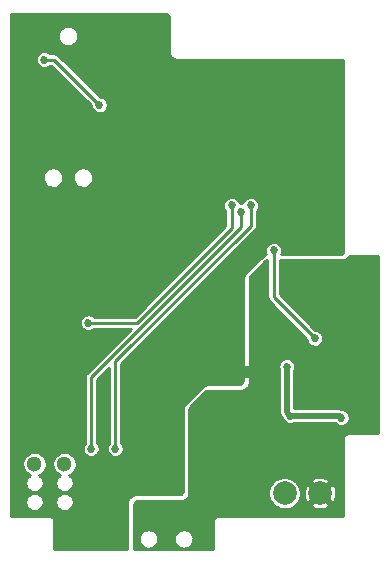
<source format=gbl>
%TF.GenerationSoftware,KiCad,Pcbnew,4.0.1-stable*%
%TF.CreationDate,2016-06-24T18:37:57+01:00*%
%TF.ProjectId,StrokeRehabilitation,5374726F6B655265686162696C697461,rev?*%
%TF.FileFunction,Copper,L2,Bot,Signal*%
%FSLAX46Y46*%
G04 Gerber Fmt 4.6, Leading zero omitted, Abs format (unit mm)*
G04 Created by KiCad (PCBNEW 4.0.1-stable) date 24/06/2016 18:37:57*
%MOMM*%
G01*
G04 APERTURE LIST*
%ADD10C,0.100000*%
%ADD11C,2.000000*%
%ADD12C,0.300000*%
%ADD13R,2.480000X1.700000*%
%ADD14R,1.600000X1.000000*%
%ADD15C,1.300000*%
%ADD16C,0.685800*%
%ADD17C,0.290000*%
%ADD18C,0.500000*%
%ADD19C,0.250000*%
G04 APERTURE END LIST*
D10*
D11*
X23637600Y5181600D03*
X26637600Y5181600D03*
D12*
X22539600Y9398000D03*
D13*
X22089600Y9398000D03*
D12*
X21639600Y9398000D03*
X20109720Y15402560D03*
D14*
X20509720Y15402560D03*
D12*
X20909720Y15402560D03*
D15*
X2460000Y7650000D03*
X5000000Y7650000D03*
D16*
X25750000Y25799994D03*
X1400000Y19600000D03*
X15500000Y13950000D03*
X27200000Y40750000D03*
X27200000Y32500000D03*
X8500000Y33120000D03*
X7450000Y43250000D03*
X26278600Y22148800D03*
X12894800Y3606800D03*
X19150000Y29550000D03*
X7000000Y19600000D03*
X22700004Y25750000D03*
X26204400Y18289500D03*
X23816800Y15900400D03*
X24121600Y11734800D03*
X28439600Y11582400D03*
X7250000Y8950000D03*
X19950000Y29000000D03*
X20750000Y29550000D03*
X9300000Y8950000D03*
X3300000Y41900000D03*
X7950000Y38050000D03*
D17*
X20909720Y15402560D02*
X20109720Y15402560D01*
D18*
X20919880Y15392400D02*
X20909720Y15402560D01*
D17*
X7000000Y19600000D02*
X11150000Y19600000D01*
X11150000Y19600000D02*
X19150000Y27600000D01*
X19150000Y27600000D02*
X19150000Y29550000D01*
X22700004Y25265067D02*
X22700004Y25750000D01*
X22700004Y21793896D02*
X22700004Y25265067D01*
X26204400Y18289500D02*
X22700004Y21793896D01*
D18*
X23816800Y15900400D02*
X23816800Y12039600D01*
X23816800Y12039600D02*
X24121600Y11734800D01*
X28287200Y11734800D02*
X28439600Y11582400D01*
X24121600Y11734800D02*
X28287200Y11734800D01*
D17*
X19950000Y27700000D02*
X7250000Y15000000D01*
X7250000Y15000000D02*
X7250000Y8950000D01*
X19950000Y29000000D02*
X19950000Y27700000D01*
X9300000Y8950000D02*
X9300000Y16350000D01*
X9300000Y16350000D02*
X20750000Y27800000D01*
X20750000Y27800000D02*
X20750000Y29550000D01*
X20750000Y29065067D02*
X20750000Y29550000D01*
X7950000Y38050000D02*
X4100000Y41900000D01*
X4100000Y41900000D02*
X3300000Y41900000D01*
D19*
G36*
X31545600Y10254400D02*
X29004893Y10254400D01*
X29003142Y10254584D01*
X29001120Y10254400D01*
X28998400Y10254400D01*
X28963237Y10250952D01*
X28915678Y10246624D01*
X28913972Y10246122D01*
X28910995Y10245830D01*
X28834146Y10222628D01*
X28831427Y10221828D01*
X28831333Y10221779D01*
X28826918Y10220446D01*
X28749374Y10179215D01*
X28681315Y10123707D01*
X28625333Y10056037D01*
X28583562Y9978782D01*
X28557591Y9894885D01*
X28548411Y9807542D01*
X28550000Y9790082D01*
X28550000Y3250000D01*
X18000000Y3250000D01*
X17957822Y3245865D01*
X17915678Y3242029D01*
X17914166Y3241584D01*
X17912595Y3241430D01*
X17872035Y3229185D01*
X17831427Y3217233D01*
X17830029Y3216502D01*
X17828518Y3216046D01*
X17791086Y3196143D01*
X17753597Y3176544D01*
X17752369Y3175557D01*
X17750974Y3174815D01*
X17718168Y3148059D01*
X17685151Y3121513D01*
X17684135Y3120302D01*
X17682915Y3119307D01*
X17655939Y3086699D01*
X17628699Y3054235D01*
X17627940Y3052854D01*
X17626933Y3051637D01*
X17606798Y3014398D01*
X17586389Y2977274D01*
X17585911Y2975767D01*
X17585162Y2974382D01*
X17572638Y2933923D01*
X17559834Y2893560D01*
X17559658Y2891995D01*
X17559191Y2890485D01*
X17554759Y2848317D01*
X17550044Y2806283D01*
X17550023Y2803254D01*
X17550011Y2803142D01*
X17550021Y2803030D01*
X17550000Y2800000D01*
X17550000Y450000D01*
X10875000Y450000D01*
X10875000Y1230632D01*
X11273915Y1230632D01*
X11303122Y1071499D01*
X11362681Y921069D01*
X11450324Y785073D01*
X11562714Y668691D01*
X11695568Y576355D01*
X11843827Y511582D01*
X12001844Y476840D01*
X12163599Y473451D01*
X12322932Y501546D01*
X12473774Y560053D01*
X12610378Y646745D01*
X12727543Y758320D01*
X12820804Y890526D01*
X12886611Y1038329D01*
X12922455Y1196100D01*
X12922937Y1230632D01*
X14273915Y1230632D01*
X14303122Y1071499D01*
X14362681Y921069D01*
X14450324Y785073D01*
X14562714Y668691D01*
X14695568Y576355D01*
X14843827Y511582D01*
X15001844Y476840D01*
X15163599Y473451D01*
X15322932Y501546D01*
X15473774Y560053D01*
X15610378Y646745D01*
X15727543Y758320D01*
X15820804Y890526D01*
X15886611Y1038329D01*
X15922455Y1196100D01*
X15925036Y1380895D01*
X15893610Y1539605D01*
X15831956Y1689188D01*
X15742423Y1823947D01*
X15628419Y1938749D01*
X15494289Y2029222D01*
X15345140Y2091918D01*
X15186653Y2124451D01*
X15024866Y2125580D01*
X14865941Y2095264D01*
X14715931Y2034656D01*
X14580550Y1946065D01*
X14464955Y1832866D01*
X14373549Y1699370D01*
X14309813Y1550662D01*
X14276174Y1392407D01*
X14273915Y1230632D01*
X12922937Y1230632D01*
X12925036Y1380895D01*
X12893610Y1539605D01*
X12831956Y1689188D01*
X12742423Y1823947D01*
X12628419Y1938749D01*
X12494289Y2029222D01*
X12345140Y2091918D01*
X12186653Y2124451D01*
X12024866Y2125580D01*
X11865941Y2095264D01*
X11715931Y2034656D01*
X11580550Y1946065D01*
X11464955Y1832866D01*
X11373549Y1699370D01*
X11309813Y1550662D01*
X11276174Y1392407D01*
X11273915Y1230632D01*
X10875000Y1230632D01*
X10875000Y4143860D01*
X10882798Y4223038D01*
X10904105Y4293277D01*
X10938701Y4358001D01*
X10985263Y4414737D01*
X11041999Y4461299D01*
X11106723Y4495895D01*
X11176962Y4517202D01*
X11256140Y4525000D01*
X14950000Y4525000D01*
X14962252Y4525602D01*
X15059797Y4535209D01*
X15083831Y4539989D01*
X15177628Y4568442D01*
X15200267Y4577820D01*
X15286710Y4624025D01*
X15307085Y4637639D01*
X15382853Y4699821D01*
X15400179Y4717147D01*
X15462361Y4792915D01*
X15475975Y4813290D01*
X15522180Y4899733D01*
X15531558Y4922372D01*
X15560011Y5016169D01*
X15564791Y5040203D01*
X15567330Y5065986D01*
X22260793Y5065986D01*
X22309470Y4800765D01*
X22408735Y4550049D01*
X22554808Y4323389D01*
X22742123Y4129418D01*
X22963547Y3975525D01*
X23210646Y3867570D01*
X23474007Y3809666D01*
X23743599Y3804019D01*
X24009154Y3850844D01*
X24260556Y3948356D01*
X24488231Y4092843D01*
X24586922Y4186826D01*
X25819603Y4186826D01*
X25929942Y3994930D01*
X26175048Y3879674D01*
X26437929Y3814451D01*
X26708483Y3801766D01*
X26976314Y3842108D01*
X27231127Y3933926D01*
X27345258Y3994930D01*
X27455597Y4186826D01*
X26637600Y5004823D01*
X25819603Y4186826D01*
X24586922Y4186826D01*
X24683504Y4278799D01*
X24838940Y4499144D01*
X24948617Y4745483D01*
X25008358Y5008433D01*
X25009786Y5110717D01*
X25257766Y5110717D01*
X25298108Y4842886D01*
X25389926Y4588073D01*
X25450930Y4473942D01*
X25642826Y4363603D01*
X26460823Y5181600D01*
X26814377Y5181600D01*
X27632374Y4363603D01*
X27824270Y4473942D01*
X27939526Y4719048D01*
X28004749Y4981929D01*
X28017434Y5252483D01*
X27977092Y5520314D01*
X27885274Y5775127D01*
X27824270Y5889258D01*
X27632374Y5999597D01*
X26814377Y5181600D01*
X26460823Y5181600D01*
X25642826Y5999597D01*
X25450930Y5889258D01*
X25335674Y5644152D01*
X25270451Y5381271D01*
X25257766Y5110717D01*
X25009786Y5110717D01*
X25012659Y5316426D01*
X24960283Y5580942D01*
X24857527Y5830247D01*
X24708304Y6054845D01*
X24587622Y6176374D01*
X25819603Y6176374D01*
X26637600Y5358377D01*
X27455597Y6176374D01*
X27345258Y6368270D01*
X27100152Y6483526D01*
X26837271Y6548749D01*
X26566717Y6561434D01*
X26298886Y6521092D01*
X26044073Y6429274D01*
X25929942Y6368270D01*
X25819603Y6176374D01*
X24587622Y6176374D01*
X24518299Y6246182D01*
X24294748Y6396969D01*
X24046166Y6501463D01*
X23782022Y6555684D01*
X23512377Y6557567D01*
X23247502Y6507039D01*
X22997486Y6406026D01*
X22771851Y6258375D01*
X22579192Y6069709D01*
X22426848Y5847216D01*
X22320621Y5599370D01*
X22264558Y5335611D01*
X22260793Y5065986D01*
X15567330Y5065986D01*
X15574398Y5137748D01*
X15575000Y5150000D01*
X15575000Y12287977D01*
X15579999Y12351499D01*
X15593721Y12408653D01*
X15616218Y12462966D01*
X15646931Y12513084D01*
X15688314Y12561538D01*
X16887598Y13760822D01*
X16949103Y13811298D01*
X17013830Y13845895D01*
X17084069Y13867202D01*
X17163247Y13875000D01*
X20050000Y13875000D01*
X20062252Y13875602D01*
X20159797Y13885209D01*
X20183831Y13889989D01*
X20277628Y13918442D01*
X20300267Y13927820D01*
X20386710Y13974025D01*
X20407085Y13987639D01*
X20482853Y14049821D01*
X20500179Y14067147D01*
X20562361Y14142915D01*
X20575975Y14163290D01*
X20622180Y14249733D01*
X20631558Y14272372D01*
X20660011Y14366169D01*
X20664791Y14390203D01*
X20674398Y14487748D01*
X20675000Y14500000D01*
X20675000Y15840037D01*
X23097956Y15840037D01*
X23123371Y15701562D01*
X23175198Y15570661D01*
X23191800Y15544900D01*
X23191800Y12039600D01*
X23197435Y11982132D01*
X23202466Y11924630D01*
X23203382Y11921477D01*
X23203703Y11918204D01*
X23220385Y11862950D01*
X23236496Y11807495D01*
X23238010Y11804574D01*
X23238959Y11801431D01*
X23266063Y11750456D01*
X23292631Y11699201D01*
X23294679Y11696635D01*
X23296224Y11693730D01*
X23332740Y11648958D01*
X23368731Y11603872D01*
X23373243Y11599296D01*
X23373318Y11599204D01*
X23373403Y11599134D01*
X23374858Y11597658D01*
X23426287Y11546229D01*
X23428171Y11535962D01*
X23479998Y11405061D01*
X23556264Y11286720D01*
X23654063Y11185446D01*
X23769671Y11105097D01*
X23898683Y11048733D01*
X24036186Y11018500D01*
X24176943Y11015552D01*
X24315592Y11040000D01*
X24446851Y11090912D01*
X24476614Y11109800D01*
X27897943Y11109800D01*
X27972063Y11033046D01*
X28087671Y10952697D01*
X28216683Y10896333D01*
X28354186Y10866100D01*
X28494943Y10863152D01*
X28633592Y10887600D01*
X28764851Y10938512D01*
X28883722Y11013950D01*
X28985677Y11111039D01*
X29066831Y11226083D01*
X29124094Y11354699D01*
X29155286Y11491988D01*
X29157531Y11652794D01*
X29130185Y11790900D01*
X29076535Y11921065D01*
X28998625Y12038330D01*
X28899421Y12138228D01*
X28782703Y12216956D01*
X28652916Y12271513D01*
X28571781Y12288168D01*
X28533414Y12309260D01*
X28530276Y12310256D01*
X28527384Y12311806D01*
X28472190Y12328681D01*
X28417145Y12346142D01*
X28413883Y12346508D01*
X28410736Y12347470D01*
X28353263Y12353308D01*
X28295926Y12359739D01*
X28289501Y12359784D01*
X28289382Y12359796D01*
X28289271Y12359786D01*
X28287200Y12359800D01*
X24478870Y12359800D01*
X24464703Y12369356D01*
X24441800Y12378983D01*
X24441800Y15540920D01*
X24444031Y15544083D01*
X24501294Y15672699D01*
X24532486Y15809988D01*
X24534731Y15970794D01*
X24507385Y16108900D01*
X24453735Y16239065D01*
X24375825Y16356330D01*
X24276621Y16456228D01*
X24159903Y16534956D01*
X24030116Y16589513D01*
X23892204Y16617822D01*
X23751420Y16618805D01*
X23613126Y16592424D01*
X23482590Y16539684D01*
X23364784Y16462594D01*
X23264195Y16364090D01*
X23184655Y16247925D01*
X23129193Y16118522D01*
X23099922Y15980811D01*
X23097956Y15840037D01*
X20675000Y15840037D01*
X20675000Y23337977D01*
X20679999Y23401499D01*
X20693721Y23458653D01*
X20716218Y23512966D01*
X20746931Y23563084D01*
X20788314Y23611538D01*
X21987598Y24810822D01*
X22049103Y24861298D01*
X22113830Y24895895D01*
X22180004Y24915969D01*
X22180004Y21793896D01*
X22184692Y21746083D01*
X22188878Y21698241D01*
X22189640Y21695619D01*
X22189907Y21692894D01*
X22203797Y21646888D01*
X22217191Y21600785D01*
X22218450Y21598357D01*
X22219240Y21595739D01*
X22241781Y21553346D01*
X22263895Y21510683D01*
X22265602Y21508544D01*
X22266885Y21506132D01*
X22297249Y21468902D01*
X22327211Y21431370D01*
X22330964Y21427563D01*
X22331027Y21427486D01*
X22331098Y21427427D01*
X22332308Y21426200D01*
X25486159Y18272349D01*
X25485556Y18229137D01*
X25510971Y18090662D01*
X25562798Y17959761D01*
X25639064Y17841420D01*
X25736863Y17740146D01*
X25852471Y17659797D01*
X25981483Y17603433D01*
X26118986Y17573200D01*
X26259743Y17570252D01*
X26398392Y17594700D01*
X26529651Y17645612D01*
X26648522Y17721050D01*
X26750477Y17818139D01*
X26831631Y17933183D01*
X26888894Y18061799D01*
X26920086Y18199088D01*
X26922331Y18359894D01*
X26894985Y18498000D01*
X26841335Y18628165D01*
X26763425Y18745430D01*
X26664221Y18845328D01*
X26547503Y18924056D01*
X26417716Y18978613D01*
X26279804Y19006922D01*
X26221965Y19007326D01*
X23220004Y22009288D01*
X23220004Y24925000D01*
X28650000Y24925000D01*
X28662252Y24925602D01*
X28730534Y24932327D01*
X28754568Y24937108D01*
X28820225Y24957025D01*
X28842864Y24966402D01*
X28903375Y24998746D01*
X28923750Y25012360D01*
X28976787Y25055887D01*
X28994113Y25073213D01*
X29037640Y25126250D01*
X29051254Y25146625D01*
X29083598Y25207136D01*
X29092975Y25229775D01*
X29112892Y25295432D01*
X29114915Y25305600D01*
X31545600Y25305600D01*
X31545600Y10254400D01*
X31545600Y10254400D01*
G37*
X31545600Y10254400D02*
X29004893Y10254400D01*
X29003142Y10254584D01*
X29001120Y10254400D01*
X28998400Y10254400D01*
X28963237Y10250952D01*
X28915678Y10246624D01*
X28913972Y10246122D01*
X28910995Y10245830D01*
X28834146Y10222628D01*
X28831427Y10221828D01*
X28831333Y10221779D01*
X28826918Y10220446D01*
X28749374Y10179215D01*
X28681315Y10123707D01*
X28625333Y10056037D01*
X28583562Y9978782D01*
X28557591Y9894885D01*
X28548411Y9807542D01*
X28550000Y9790082D01*
X28550000Y3250000D01*
X18000000Y3250000D01*
X17957822Y3245865D01*
X17915678Y3242029D01*
X17914166Y3241584D01*
X17912595Y3241430D01*
X17872035Y3229185D01*
X17831427Y3217233D01*
X17830029Y3216502D01*
X17828518Y3216046D01*
X17791086Y3196143D01*
X17753597Y3176544D01*
X17752369Y3175557D01*
X17750974Y3174815D01*
X17718168Y3148059D01*
X17685151Y3121513D01*
X17684135Y3120302D01*
X17682915Y3119307D01*
X17655939Y3086699D01*
X17628699Y3054235D01*
X17627940Y3052854D01*
X17626933Y3051637D01*
X17606798Y3014398D01*
X17586389Y2977274D01*
X17585911Y2975767D01*
X17585162Y2974382D01*
X17572638Y2933923D01*
X17559834Y2893560D01*
X17559658Y2891995D01*
X17559191Y2890485D01*
X17554759Y2848317D01*
X17550044Y2806283D01*
X17550023Y2803254D01*
X17550011Y2803142D01*
X17550021Y2803030D01*
X17550000Y2800000D01*
X17550000Y450000D01*
X10875000Y450000D01*
X10875000Y1230632D01*
X11273915Y1230632D01*
X11303122Y1071499D01*
X11362681Y921069D01*
X11450324Y785073D01*
X11562714Y668691D01*
X11695568Y576355D01*
X11843827Y511582D01*
X12001844Y476840D01*
X12163599Y473451D01*
X12322932Y501546D01*
X12473774Y560053D01*
X12610378Y646745D01*
X12727543Y758320D01*
X12820804Y890526D01*
X12886611Y1038329D01*
X12922455Y1196100D01*
X12922937Y1230632D01*
X14273915Y1230632D01*
X14303122Y1071499D01*
X14362681Y921069D01*
X14450324Y785073D01*
X14562714Y668691D01*
X14695568Y576355D01*
X14843827Y511582D01*
X15001844Y476840D01*
X15163599Y473451D01*
X15322932Y501546D01*
X15473774Y560053D01*
X15610378Y646745D01*
X15727543Y758320D01*
X15820804Y890526D01*
X15886611Y1038329D01*
X15922455Y1196100D01*
X15925036Y1380895D01*
X15893610Y1539605D01*
X15831956Y1689188D01*
X15742423Y1823947D01*
X15628419Y1938749D01*
X15494289Y2029222D01*
X15345140Y2091918D01*
X15186653Y2124451D01*
X15024866Y2125580D01*
X14865941Y2095264D01*
X14715931Y2034656D01*
X14580550Y1946065D01*
X14464955Y1832866D01*
X14373549Y1699370D01*
X14309813Y1550662D01*
X14276174Y1392407D01*
X14273915Y1230632D01*
X12922937Y1230632D01*
X12925036Y1380895D01*
X12893610Y1539605D01*
X12831956Y1689188D01*
X12742423Y1823947D01*
X12628419Y1938749D01*
X12494289Y2029222D01*
X12345140Y2091918D01*
X12186653Y2124451D01*
X12024866Y2125580D01*
X11865941Y2095264D01*
X11715931Y2034656D01*
X11580550Y1946065D01*
X11464955Y1832866D01*
X11373549Y1699370D01*
X11309813Y1550662D01*
X11276174Y1392407D01*
X11273915Y1230632D01*
X10875000Y1230632D01*
X10875000Y4143860D01*
X10882798Y4223038D01*
X10904105Y4293277D01*
X10938701Y4358001D01*
X10985263Y4414737D01*
X11041999Y4461299D01*
X11106723Y4495895D01*
X11176962Y4517202D01*
X11256140Y4525000D01*
X14950000Y4525000D01*
X14962252Y4525602D01*
X15059797Y4535209D01*
X15083831Y4539989D01*
X15177628Y4568442D01*
X15200267Y4577820D01*
X15286710Y4624025D01*
X15307085Y4637639D01*
X15382853Y4699821D01*
X15400179Y4717147D01*
X15462361Y4792915D01*
X15475975Y4813290D01*
X15522180Y4899733D01*
X15531558Y4922372D01*
X15560011Y5016169D01*
X15564791Y5040203D01*
X15567330Y5065986D01*
X22260793Y5065986D01*
X22309470Y4800765D01*
X22408735Y4550049D01*
X22554808Y4323389D01*
X22742123Y4129418D01*
X22963547Y3975525D01*
X23210646Y3867570D01*
X23474007Y3809666D01*
X23743599Y3804019D01*
X24009154Y3850844D01*
X24260556Y3948356D01*
X24488231Y4092843D01*
X24586922Y4186826D01*
X25819603Y4186826D01*
X25929942Y3994930D01*
X26175048Y3879674D01*
X26437929Y3814451D01*
X26708483Y3801766D01*
X26976314Y3842108D01*
X27231127Y3933926D01*
X27345258Y3994930D01*
X27455597Y4186826D01*
X26637600Y5004823D01*
X25819603Y4186826D01*
X24586922Y4186826D01*
X24683504Y4278799D01*
X24838940Y4499144D01*
X24948617Y4745483D01*
X25008358Y5008433D01*
X25009786Y5110717D01*
X25257766Y5110717D01*
X25298108Y4842886D01*
X25389926Y4588073D01*
X25450930Y4473942D01*
X25642826Y4363603D01*
X26460823Y5181600D01*
X26814377Y5181600D01*
X27632374Y4363603D01*
X27824270Y4473942D01*
X27939526Y4719048D01*
X28004749Y4981929D01*
X28017434Y5252483D01*
X27977092Y5520314D01*
X27885274Y5775127D01*
X27824270Y5889258D01*
X27632374Y5999597D01*
X26814377Y5181600D01*
X26460823Y5181600D01*
X25642826Y5999597D01*
X25450930Y5889258D01*
X25335674Y5644152D01*
X25270451Y5381271D01*
X25257766Y5110717D01*
X25009786Y5110717D01*
X25012659Y5316426D01*
X24960283Y5580942D01*
X24857527Y5830247D01*
X24708304Y6054845D01*
X24587622Y6176374D01*
X25819603Y6176374D01*
X26637600Y5358377D01*
X27455597Y6176374D01*
X27345258Y6368270D01*
X27100152Y6483526D01*
X26837271Y6548749D01*
X26566717Y6561434D01*
X26298886Y6521092D01*
X26044073Y6429274D01*
X25929942Y6368270D01*
X25819603Y6176374D01*
X24587622Y6176374D01*
X24518299Y6246182D01*
X24294748Y6396969D01*
X24046166Y6501463D01*
X23782022Y6555684D01*
X23512377Y6557567D01*
X23247502Y6507039D01*
X22997486Y6406026D01*
X22771851Y6258375D01*
X22579192Y6069709D01*
X22426848Y5847216D01*
X22320621Y5599370D01*
X22264558Y5335611D01*
X22260793Y5065986D01*
X15567330Y5065986D01*
X15574398Y5137748D01*
X15575000Y5150000D01*
X15575000Y12287977D01*
X15579999Y12351499D01*
X15593721Y12408653D01*
X15616218Y12462966D01*
X15646931Y12513084D01*
X15688314Y12561538D01*
X16887598Y13760822D01*
X16949103Y13811298D01*
X17013830Y13845895D01*
X17084069Y13867202D01*
X17163247Y13875000D01*
X20050000Y13875000D01*
X20062252Y13875602D01*
X20159797Y13885209D01*
X20183831Y13889989D01*
X20277628Y13918442D01*
X20300267Y13927820D01*
X20386710Y13974025D01*
X20407085Y13987639D01*
X20482853Y14049821D01*
X20500179Y14067147D01*
X20562361Y14142915D01*
X20575975Y14163290D01*
X20622180Y14249733D01*
X20631558Y14272372D01*
X20660011Y14366169D01*
X20664791Y14390203D01*
X20674398Y14487748D01*
X20675000Y14500000D01*
X20675000Y15840037D01*
X23097956Y15840037D01*
X23123371Y15701562D01*
X23175198Y15570661D01*
X23191800Y15544900D01*
X23191800Y12039600D01*
X23197435Y11982132D01*
X23202466Y11924630D01*
X23203382Y11921477D01*
X23203703Y11918204D01*
X23220385Y11862950D01*
X23236496Y11807495D01*
X23238010Y11804574D01*
X23238959Y11801431D01*
X23266063Y11750456D01*
X23292631Y11699201D01*
X23294679Y11696635D01*
X23296224Y11693730D01*
X23332740Y11648958D01*
X23368731Y11603872D01*
X23373243Y11599296D01*
X23373318Y11599204D01*
X23373403Y11599134D01*
X23374858Y11597658D01*
X23426287Y11546229D01*
X23428171Y11535962D01*
X23479998Y11405061D01*
X23556264Y11286720D01*
X23654063Y11185446D01*
X23769671Y11105097D01*
X23898683Y11048733D01*
X24036186Y11018500D01*
X24176943Y11015552D01*
X24315592Y11040000D01*
X24446851Y11090912D01*
X24476614Y11109800D01*
X27897943Y11109800D01*
X27972063Y11033046D01*
X28087671Y10952697D01*
X28216683Y10896333D01*
X28354186Y10866100D01*
X28494943Y10863152D01*
X28633592Y10887600D01*
X28764851Y10938512D01*
X28883722Y11013950D01*
X28985677Y11111039D01*
X29066831Y11226083D01*
X29124094Y11354699D01*
X29155286Y11491988D01*
X29157531Y11652794D01*
X29130185Y11790900D01*
X29076535Y11921065D01*
X28998625Y12038330D01*
X28899421Y12138228D01*
X28782703Y12216956D01*
X28652916Y12271513D01*
X28571781Y12288168D01*
X28533414Y12309260D01*
X28530276Y12310256D01*
X28527384Y12311806D01*
X28472190Y12328681D01*
X28417145Y12346142D01*
X28413883Y12346508D01*
X28410736Y12347470D01*
X28353263Y12353308D01*
X28295926Y12359739D01*
X28289501Y12359784D01*
X28289382Y12359796D01*
X28289271Y12359786D01*
X28287200Y12359800D01*
X24478870Y12359800D01*
X24464703Y12369356D01*
X24441800Y12378983D01*
X24441800Y15540920D01*
X24444031Y15544083D01*
X24501294Y15672699D01*
X24532486Y15809988D01*
X24534731Y15970794D01*
X24507385Y16108900D01*
X24453735Y16239065D01*
X24375825Y16356330D01*
X24276621Y16456228D01*
X24159903Y16534956D01*
X24030116Y16589513D01*
X23892204Y16617822D01*
X23751420Y16618805D01*
X23613126Y16592424D01*
X23482590Y16539684D01*
X23364784Y16462594D01*
X23264195Y16364090D01*
X23184655Y16247925D01*
X23129193Y16118522D01*
X23099922Y15980811D01*
X23097956Y15840037D01*
X20675000Y15840037D01*
X20675000Y23337977D01*
X20679999Y23401499D01*
X20693721Y23458653D01*
X20716218Y23512966D01*
X20746931Y23563084D01*
X20788314Y23611538D01*
X21987598Y24810822D01*
X22049103Y24861298D01*
X22113830Y24895895D01*
X22180004Y24915969D01*
X22180004Y21793896D01*
X22184692Y21746083D01*
X22188878Y21698241D01*
X22189640Y21695619D01*
X22189907Y21692894D01*
X22203797Y21646888D01*
X22217191Y21600785D01*
X22218450Y21598357D01*
X22219240Y21595739D01*
X22241781Y21553346D01*
X22263895Y21510683D01*
X22265602Y21508544D01*
X22266885Y21506132D01*
X22297249Y21468902D01*
X22327211Y21431370D01*
X22330964Y21427563D01*
X22331027Y21427486D01*
X22331098Y21427427D01*
X22332308Y21426200D01*
X25486159Y18272349D01*
X25485556Y18229137D01*
X25510971Y18090662D01*
X25562798Y17959761D01*
X25639064Y17841420D01*
X25736863Y17740146D01*
X25852471Y17659797D01*
X25981483Y17603433D01*
X26118986Y17573200D01*
X26259743Y17570252D01*
X26398392Y17594700D01*
X26529651Y17645612D01*
X26648522Y17721050D01*
X26750477Y17818139D01*
X26831631Y17933183D01*
X26888894Y18061799D01*
X26920086Y18199088D01*
X26922331Y18359894D01*
X26894985Y18498000D01*
X26841335Y18628165D01*
X26763425Y18745430D01*
X26664221Y18845328D01*
X26547503Y18924056D01*
X26417716Y18978613D01*
X26279804Y19006922D01*
X26221965Y19007326D01*
X23220004Y22009288D01*
X23220004Y24925000D01*
X28650000Y24925000D01*
X28662252Y24925602D01*
X28730534Y24932327D01*
X28754568Y24937108D01*
X28820225Y24957025D01*
X28842864Y24966402D01*
X28903375Y24998746D01*
X28923750Y25012360D01*
X28976787Y25055887D01*
X28994113Y25073213D01*
X29037640Y25126250D01*
X29051254Y25146625D01*
X29083598Y25207136D01*
X29092975Y25229775D01*
X29112892Y25295432D01*
X29114915Y25305600D01*
X31545600Y25305600D01*
X31545600Y10254400D01*
G36*
X487748Y45725602D02*
X500000Y45725000D01*
X13493860Y45725000D01*
X13573038Y45717202D01*
X13643277Y45695895D01*
X13708001Y45661299D01*
X13764737Y45614737D01*
X13811299Y45558001D01*
X13845895Y45493277D01*
X13867202Y45423038D01*
X13875000Y45343860D01*
X13875000Y42500000D01*
X13875602Y42487748D01*
X13885209Y42390203D01*
X13889989Y42366169D01*
X13918442Y42272372D01*
X13927820Y42249733D01*
X13974025Y42163290D01*
X13987639Y42142915D01*
X14049821Y42067147D01*
X14067147Y42049821D01*
X14142915Y41987639D01*
X14163290Y41974025D01*
X14249733Y41927820D01*
X14272372Y41918442D01*
X14366169Y41889989D01*
X14390203Y41885209D01*
X14487748Y41875602D01*
X14500000Y41875000D01*
X28500000Y41875000D01*
X28512252Y41875602D01*
X28548400Y41879162D01*
X28548400Y25755600D01*
X28552535Y25713422D01*
X28556371Y25671278D01*
X28556816Y25669766D01*
X28556970Y25668195D01*
X28569215Y25627635D01*
X28575336Y25606839D01*
X28575000Y25600000D01*
X28575000Y25556140D01*
X28572966Y25535488D01*
X28568732Y25521529D01*
X28561857Y25508667D01*
X28552605Y25497395D01*
X28541333Y25488143D01*
X28528471Y25481268D01*
X28514512Y25477034D01*
X28493860Y25475000D01*
X23363439Y25475000D01*
X23384498Y25522299D01*
X23415690Y25659588D01*
X23417935Y25820394D01*
X23390589Y25958500D01*
X23336939Y26088665D01*
X23259029Y26205930D01*
X23159825Y26305828D01*
X23043107Y26384556D01*
X22913320Y26439113D01*
X22775408Y26467422D01*
X22634624Y26468405D01*
X22496330Y26442024D01*
X22365794Y26389284D01*
X22247988Y26312194D01*
X22147399Y26213690D01*
X22067859Y26097525D01*
X22012397Y25968122D01*
X21983126Y25830411D01*
X21981160Y25689637D01*
X22006575Y25551162D01*
X22051308Y25438180D01*
X22029479Y25431558D01*
X22006840Y25422180D01*
X21920397Y25375975D01*
X21900023Y25362361D01*
X21824254Y25300179D01*
X21815165Y25291941D01*
X20308059Y23784835D01*
X20301396Y23777628D01*
X20250441Y23717967D01*
X20238912Y23702098D01*
X20197917Y23635200D01*
X20189012Y23617724D01*
X20158987Y23545238D01*
X20152926Y23526583D01*
X20134610Y23450291D01*
X20131541Y23430918D01*
X20125385Y23352701D01*
X20125000Y23342893D01*
X20125000Y14806140D01*
X20117202Y14726962D01*
X20095895Y14656723D01*
X20061299Y14591999D01*
X20014737Y14535263D01*
X19958001Y14488701D01*
X19893277Y14454105D01*
X19823038Y14432798D01*
X19743860Y14425000D01*
X17157107Y14425000D01*
X17144855Y14424398D01*
X17047310Y14414791D01*
X17023276Y14410011D01*
X16929479Y14381558D01*
X16906840Y14372180D01*
X16820397Y14325975D01*
X16800023Y14312361D01*
X16724254Y14250179D01*
X16715165Y14241941D01*
X15208059Y12734835D01*
X15201396Y12727628D01*
X15150441Y12667967D01*
X15138912Y12652098D01*
X15097917Y12585200D01*
X15089012Y12567724D01*
X15058987Y12495238D01*
X15052926Y12476583D01*
X15034610Y12400291D01*
X15031541Y12380918D01*
X15025385Y12302701D01*
X15025000Y12292893D01*
X15025000Y5456140D01*
X15017202Y5376962D01*
X14995895Y5306723D01*
X14961299Y5241999D01*
X14914737Y5185263D01*
X14858001Y5138701D01*
X14793277Y5104105D01*
X14723038Y5082798D01*
X14643860Y5075000D01*
X10950000Y5075000D01*
X10937748Y5074398D01*
X10840203Y5064791D01*
X10816169Y5060011D01*
X10722372Y5031558D01*
X10699733Y5022180D01*
X10613290Y4975975D01*
X10592915Y4962361D01*
X10517147Y4900179D01*
X10499821Y4882853D01*
X10437639Y4807085D01*
X10424025Y4786710D01*
X10377820Y4700267D01*
X10368442Y4677628D01*
X10339989Y4583831D01*
X10335209Y4559797D01*
X10325602Y4462252D01*
X10325000Y4450000D01*
X10325000Y450000D01*
X4150000Y450000D01*
X4150000Y2800000D01*
X4145865Y2842178D01*
X4142029Y2884322D01*
X4141584Y2885834D01*
X4141430Y2887405D01*
X4129185Y2927965D01*
X4117233Y2968573D01*
X4116502Y2969971D01*
X4116046Y2971482D01*
X4096143Y3008914D01*
X4076544Y3046403D01*
X4075557Y3047631D01*
X4074815Y3049026D01*
X4048059Y3081832D01*
X4021513Y3114849D01*
X4020302Y3115865D01*
X4019307Y3117085D01*
X3986699Y3144061D01*
X3954235Y3171301D01*
X3952854Y3172060D01*
X3951637Y3173067D01*
X3914398Y3193202D01*
X3877274Y3213611D01*
X3875767Y3214089D01*
X3874382Y3214838D01*
X3833923Y3227362D01*
X3793560Y3240166D01*
X3791995Y3240342D01*
X3790485Y3240809D01*
X3748317Y3245241D01*
X3706283Y3249956D01*
X3703254Y3249977D01*
X3703142Y3249989D01*
X3703030Y3249979D01*
X3700000Y3250000D01*
X450000Y3250000D01*
X450000Y4384836D01*
X1683981Y4384836D01*
X1711417Y4235347D01*
X1767367Y4094035D01*
X1849699Y3966281D01*
X1955277Y3856952D01*
X2080079Y3770212D01*
X2219353Y3709365D01*
X2367793Y3676728D01*
X2519745Y3673545D01*
X2669421Y3699937D01*
X2811121Y3754899D01*
X2939446Y3836337D01*
X3049510Y3941149D01*
X3137119Y4065343D01*
X3198937Y4204188D01*
X3232609Y4352397D01*
X3233061Y4384836D01*
X4223981Y4384836D01*
X4251417Y4235347D01*
X4307367Y4094035D01*
X4389699Y3966281D01*
X4495277Y3856952D01*
X4620079Y3770212D01*
X4759353Y3709365D01*
X4907793Y3676728D01*
X5059745Y3673545D01*
X5209421Y3699937D01*
X5351121Y3754899D01*
X5479446Y3836337D01*
X5589510Y3941149D01*
X5677119Y4065343D01*
X5738937Y4204188D01*
X5772609Y4352397D01*
X5775033Y4525993D01*
X5745513Y4675084D01*
X5687595Y4815601D01*
X5603488Y4942193D01*
X5496394Y5050037D01*
X5370392Y5135026D01*
X5230283Y5193923D01*
X5081402Y5224484D01*
X4929420Y5225545D01*
X4780127Y5197066D01*
X4639208Y5140131D01*
X4512032Y5056909D01*
X4403443Y4950571D01*
X4317576Y4825166D01*
X4257703Y4685471D01*
X4226103Y4536806D01*
X4223981Y4384836D01*
X3233061Y4384836D01*
X3235033Y4525993D01*
X3205513Y4675084D01*
X3147595Y4815601D01*
X3063488Y4942193D01*
X2956394Y5050037D01*
X2830392Y5135026D01*
X2690283Y5193923D01*
X2541402Y5224484D01*
X2389420Y5225545D01*
X2240127Y5197066D01*
X2099208Y5140131D01*
X1972032Y5056909D01*
X1863443Y4950571D01*
X1777576Y4825166D01*
X1717703Y4685471D01*
X1686103Y4536806D01*
X1683981Y4384836D01*
X450000Y4384836D01*
X450000Y7563815D01*
X1433652Y7563815D01*
X1469939Y7366105D01*
X1543937Y7179207D01*
X1652827Y7010243D01*
X1792462Y6865646D01*
X1957524Y6750925D01*
X2052376Y6709485D01*
X1972032Y6656909D01*
X1863443Y6550571D01*
X1777576Y6425166D01*
X1717703Y6285471D01*
X1686103Y6136806D01*
X1683981Y5984836D01*
X1711417Y5835347D01*
X1767367Y5694035D01*
X1849699Y5566281D01*
X1955277Y5456952D01*
X2080079Y5370212D01*
X2219353Y5309365D01*
X2367793Y5276728D01*
X2519745Y5273545D01*
X2669421Y5299937D01*
X2811121Y5354899D01*
X2939446Y5436337D01*
X3049510Y5541149D01*
X3137119Y5665343D01*
X3198937Y5804188D01*
X3232609Y5952397D01*
X3235033Y6125993D01*
X3205513Y6275084D01*
X3147595Y6415601D01*
X3063488Y6542193D01*
X2956394Y6650037D01*
X2868807Y6709115D01*
X2924386Y6730672D01*
X3094107Y6838380D01*
X3239675Y6977003D01*
X3355545Y7141260D01*
X3437304Y7324894D01*
X3481838Y7520912D01*
X3482437Y7563815D01*
X3973652Y7563815D01*
X4009939Y7366105D01*
X4083937Y7179207D01*
X4192827Y7010243D01*
X4332462Y6865646D01*
X4497524Y6750925D01*
X4592376Y6709485D01*
X4512032Y6656909D01*
X4403443Y6550571D01*
X4317576Y6425166D01*
X4257703Y6285471D01*
X4226103Y6136806D01*
X4223981Y5984836D01*
X4251417Y5835347D01*
X4307367Y5694035D01*
X4389699Y5566281D01*
X4495277Y5456952D01*
X4620079Y5370212D01*
X4759353Y5309365D01*
X4907793Y5276728D01*
X5059745Y5273545D01*
X5209421Y5299937D01*
X5351121Y5354899D01*
X5479446Y5436337D01*
X5589510Y5541149D01*
X5677119Y5665343D01*
X5738937Y5804188D01*
X5772609Y5952397D01*
X5775033Y6125993D01*
X5745513Y6275084D01*
X5687595Y6415601D01*
X5603488Y6542193D01*
X5496394Y6650037D01*
X5408807Y6709115D01*
X5464386Y6730672D01*
X5634107Y6838380D01*
X5779675Y6977003D01*
X5895545Y7141260D01*
X5977304Y7324894D01*
X6021838Y7520912D01*
X6025044Y7750506D01*
X5986001Y7947691D01*
X5909401Y8133537D01*
X5798162Y8300965D01*
X5656521Y8443598D01*
X5489874Y8556003D01*
X5304567Y8633899D01*
X5107660Y8674318D01*
X4906652Y8675721D01*
X4709200Y8638055D01*
X4522824Y8562754D01*
X4354623Y8452687D01*
X4211005Y8312046D01*
X4097439Y8146187D01*
X4018252Y7961429D01*
X3976459Y7764809D01*
X3973652Y7563815D01*
X3482437Y7563815D01*
X3485044Y7750506D01*
X3446001Y7947691D01*
X3369401Y8133537D01*
X3258162Y8300965D01*
X3116521Y8443598D01*
X2949874Y8556003D01*
X2764567Y8633899D01*
X2567660Y8674318D01*
X2366652Y8675721D01*
X2169200Y8638055D01*
X1982824Y8562754D01*
X1814623Y8452687D01*
X1671005Y8312046D01*
X1557439Y8146187D01*
X1478252Y7961429D01*
X1436459Y7764809D01*
X1433652Y7563815D01*
X450000Y7563815D01*
X450000Y19539637D01*
X6281156Y19539637D01*
X6306571Y19401162D01*
X6358398Y19270261D01*
X6434664Y19151920D01*
X6532463Y19050646D01*
X6648071Y18970297D01*
X6777083Y18913933D01*
X6914586Y18883700D01*
X7055343Y18880752D01*
X7193992Y18905200D01*
X7325251Y18956112D01*
X7444122Y19031550D01*
X7495000Y19080000D01*
X10594608Y19080000D01*
X6882304Y15367696D01*
X6851796Y15330554D01*
X6820941Y15293783D01*
X6819624Y15291388D01*
X6817888Y15289274D01*
X6795173Y15246912D01*
X6772050Y15204850D01*
X6771224Y15202246D01*
X6769930Y15199833D01*
X6755878Y15153871D01*
X6741363Y15108114D01*
X6741058Y15105396D01*
X6740259Y15102782D01*
X6735403Y15054980D01*
X6730051Y15007260D01*
X6730013Y15001918D01*
X6730003Y15001815D01*
X6730012Y15001719D01*
X6730000Y15000000D01*
X6730000Y9445619D01*
X6697395Y9413690D01*
X6617855Y9297525D01*
X6562393Y9168122D01*
X6533122Y9030411D01*
X6531156Y8889637D01*
X6556571Y8751162D01*
X6608398Y8620261D01*
X6684664Y8501920D01*
X6782463Y8400646D01*
X6898071Y8320297D01*
X7027083Y8263933D01*
X7164586Y8233700D01*
X7305343Y8230752D01*
X7443992Y8255200D01*
X7575251Y8306112D01*
X7694122Y8381550D01*
X7796077Y8478639D01*
X7877231Y8593683D01*
X7934494Y8722299D01*
X7965686Y8859588D01*
X7967931Y9020394D01*
X7940585Y9158500D01*
X7886935Y9288665D01*
X7809025Y9405930D01*
X7770000Y9445228D01*
X7770000Y14784608D01*
X8780000Y15794608D01*
X8780000Y9445619D01*
X8747395Y9413690D01*
X8667855Y9297525D01*
X8612393Y9168122D01*
X8583122Y9030411D01*
X8581156Y8889637D01*
X8606571Y8751162D01*
X8658398Y8620261D01*
X8734664Y8501920D01*
X8832463Y8400646D01*
X8948071Y8320297D01*
X9077083Y8263933D01*
X9214586Y8233700D01*
X9355343Y8230752D01*
X9493992Y8255200D01*
X9625251Y8306112D01*
X9744122Y8381550D01*
X9846077Y8478639D01*
X9927231Y8593683D01*
X9984494Y8722299D01*
X10015686Y8859588D01*
X10017931Y9020394D01*
X9990585Y9158500D01*
X9936935Y9288665D01*
X9859025Y9405930D01*
X9820000Y9445228D01*
X9820000Y16134608D01*
X21117695Y27432304D01*
X21148179Y27469416D01*
X21179059Y27506217D01*
X21180376Y27508612D01*
X21182112Y27510726D01*
X21204818Y27553072D01*
X21227950Y27595150D01*
X21228777Y27597756D01*
X21230069Y27600166D01*
X21244112Y27646097D01*
X21258637Y27691886D01*
X21258942Y27694604D01*
X21259741Y27697218D01*
X21264597Y27745020D01*
X21269949Y27792740D01*
X21269987Y27798082D01*
X21269997Y27798185D01*
X21269988Y27798281D01*
X21270000Y27800000D01*
X21270000Y29053807D01*
X21296077Y29078639D01*
X21377231Y29193683D01*
X21434494Y29322299D01*
X21465686Y29459588D01*
X21467931Y29620394D01*
X21440585Y29758500D01*
X21386935Y29888665D01*
X21309025Y30005930D01*
X21209821Y30105828D01*
X21093103Y30184556D01*
X20963316Y30239113D01*
X20825404Y30267422D01*
X20684620Y30268405D01*
X20546326Y30242024D01*
X20415790Y30189284D01*
X20297984Y30112194D01*
X20197395Y30013690D01*
X20117855Y29897525D01*
X20062393Y29768122D01*
X20050521Y29712266D01*
X20025404Y29717422D01*
X19884620Y29718405D01*
X19849838Y29711770D01*
X19840585Y29758500D01*
X19786935Y29888665D01*
X19709025Y30005930D01*
X19609821Y30105828D01*
X19493103Y30184556D01*
X19363316Y30239113D01*
X19225404Y30267422D01*
X19084620Y30268405D01*
X18946326Y30242024D01*
X18815790Y30189284D01*
X18697984Y30112194D01*
X18597395Y30013690D01*
X18517855Y29897525D01*
X18462393Y29768122D01*
X18433122Y29630411D01*
X18431156Y29489637D01*
X18456571Y29351162D01*
X18508398Y29220261D01*
X18584664Y29101920D01*
X18630000Y29054973D01*
X18630000Y27815391D01*
X10934608Y20120000D01*
X7495400Y20120000D01*
X7459821Y20155828D01*
X7343103Y20234556D01*
X7213316Y20289113D01*
X7075404Y20317422D01*
X6934620Y20318405D01*
X6796326Y20292024D01*
X6665790Y20239284D01*
X6547984Y20162194D01*
X6447395Y20063690D01*
X6367855Y19947525D01*
X6312393Y19818122D01*
X6283122Y19680411D01*
X6281156Y19539637D01*
X450000Y19539637D01*
X450000Y31826428D01*
X3153850Y31826428D01*
X3184826Y31657650D01*
X3247995Y31498104D01*
X3340950Y31353866D01*
X3460151Y31230430D01*
X3601057Y31132497D01*
X3758302Y31063799D01*
X3925895Y31026951D01*
X4097454Y31023357D01*
X4266443Y31053155D01*
X4426427Y31115208D01*
X4571311Y31207154D01*
X4695576Y31325490D01*
X4794490Y31465710D01*
X4864284Y31622471D01*
X4902301Y31789803D01*
X4902812Y31826428D01*
X5693850Y31826428D01*
X5724826Y31657650D01*
X5787995Y31498104D01*
X5880950Y31353866D01*
X6000151Y31230430D01*
X6141057Y31132497D01*
X6298302Y31063799D01*
X6465895Y31026951D01*
X6637454Y31023357D01*
X6806443Y31053155D01*
X6966427Y31115208D01*
X7111311Y31207154D01*
X7235576Y31325490D01*
X7334490Y31465710D01*
X7404284Y31622471D01*
X7442301Y31789803D01*
X7445038Y31985798D01*
X7411708Y32154127D01*
X7346318Y32312775D01*
X7251358Y32455702D01*
X7130445Y32577461D01*
X6988185Y32673417D01*
X6829997Y32739913D01*
X6661905Y32774417D01*
X6490313Y32775615D01*
X6321756Y32743461D01*
X6162654Y32679180D01*
X6019069Y32585220D01*
X5896468Y32465161D01*
X5799521Y32323574D01*
X5731922Y32165854D01*
X5696245Y31998007D01*
X5693850Y31826428D01*
X4902812Y31826428D01*
X4905038Y31985798D01*
X4871708Y32154127D01*
X4806318Y32312775D01*
X4711358Y32455702D01*
X4590445Y32577461D01*
X4448185Y32673417D01*
X4289997Y32739913D01*
X4121905Y32774417D01*
X3950313Y32775615D01*
X3781756Y32743461D01*
X3622654Y32679180D01*
X3479069Y32585220D01*
X3356468Y32465161D01*
X3259521Y32323574D01*
X3191922Y32165854D01*
X3156245Y31998007D01*
X3153850Y31826428D01*
X450000Y31826428D01*
X450000Y41839637D01*
X2581156Y41839637D01*
X2606571Y41701162D01*
X2658398Y41570261D01*
X2734664Y41451920D01*
X2832463Y41350646D01*
X2948071Y41270297D01*
X3077083Y41213933D01*
X3214586Y41183700D01*
X3355343Y41180752D01*
X3493992Y41205200D01*
X3625251Y41256112D01*
X3744122Y41331550D01*
X3795000Y41380000D01*
X3884608Y41380000D01*
X7231759Y38032849D01*
X7231156Y37989637D01*
X7256571Y37851162D01*
X7308398Y37720261D01*
X7384664Y37601920D01*
X7482463Y37500646D01*
X7598071Y37420297D01*
X7727083Y37363933D01*
X7864586Y37333700D01*
X8005343Y37330752D01*
X8143992Y37355200D01*
X8275251Y37406112D01*
X8394122Y37481550D01*
X8496077Y37578639D01*
X8577231Y37693683D01*
X8634494Y37822299D01*
X8665686Y37959588D01*
X8667931Y38120394D01*
X8640585Y38258500D01*
X8586935Y38388665D01*
X8509025Y38505930D01*
X8409821Y38605828D01*
X8293103Y38684556D01*
X8163316Y38739113D01*
X8025404Y38767422D01*
X7967565Y38767826D01*
X4467696Y42267696D01*
X4430554Y42298204D01*
X4393783Y42329059D01*
X4391388Y42330376D01*
X4389274Y42332112D01*
X4346912Y42354827D01*
X4304850Y42377950D01*
X4302246Y42378776D01*
X4299833Y42380070D01*
X4253871Y42394122D01*
X4208114Y42408637D01*
X4205396Y42408942D01*
X4202782Y42409741D01*
X4154980Y42414597D01*
X4107260Y42419949D01*
X4101918Y42419987D01*
X4101815Y42419997D01*
X4101719Y42419988D01*
X4100000Y42420000D01*
X3795400Y42420000D01*
X3759821Y42455828D01*
X3643103Y42534556D01*
X3513316Y42589113D01*
X3375404Y42617422D01*
X3234620Y42618405D01*
X3096326Y42592024D01*
X2965790Y42539284D01*
X2847984Y42462194D01*
X2747395Y42363690D01*
X2667855Y42247525D01*
X2612393Y42118122D01*
X2583122Y41980411D01*
X2581156Y41839637D01*
X450000Y41839637D01*
X450000Y43826428D01*
X4423850Y43826428D01*
X4454826Y43657650D01*
X4517995Y43498104D01*
X4610950Y43353866D01*
X4730151Y43230430D01*
X4871057Y43132497D01*
X5028302Y43063799D01*
X5195895Y43026951D01*
X5367454Y43023357D01*
X5536443Y43053155D01*
X5696427Y43115208D01*
X5841311Y43207154D01*
X5965576Y43325490D01*
X6064490Y43465710D01*
X6134284Y43622471D01*
X6172301Y43789803D01*
X6175038Y43985798D01*
X6141708Y44154127D01*
X6076318Y44312775D01*
X5981358Y44455702D01*
X5860445Y44577461D01*
X5718185Y44673417D01*
X5559997Y44739913D01*
X5391905Y44774417D01*
X5220313Y44775615D01*
X5051756Y44743461D01*
X4892654Y44679180D01*
X4749069Y44585220D01*
X4626468Y44465161D01*
X4529521Y44323574D01*
X4461922Y44165854D01*
X4426245Y43998007D01*
X4423850Y43826428D01*
X450000Y43826428D01*
X450000Y45729320D01*
X487748Y45725602D01*
X487748Y45725602D01*
G37*
X487748Y45725602D02*
X500000Y45725000D01*
X13493860Y45725000D01*
X13573038Y45717202D01*
X13643277Y45695895D01*
X13708001Y45661299D01*
X13764737Y45614737D01*
X13811299Y45558001D01*
X13845895Y45493277D01*
X13867202Y45423038D01*
X13875000Y45343860D01*
X13875000Y42500000D01*
X13875602Y42487748D01*
X13885209Y42390203D01*
X13889989Y42366169D01*
X13918442Y42272372D01*
X13927820Y42249733D01*
X13974025Y42163290D01*
X13987639Y42142915D01*
X14049821Y42067147D01*
X14067147Y42049821D01*
X14142915Y41987639D01*
X14163290Y41974025D01*
X14249733Y41927820D01*
X14272372Y41918442D01*
X14366169Y41889989D01*
X14390203Y41885209D01*
X14487748Y41875602D01*
X14500000Y41875000D01*
X28500000Y41875000D01*
X28512252Y41875602D01*
X28548400Y41879162D01*
X28548400Y25755600D01*
X28552535Y25713422D01*
X28556371Y25671278D01*
X28556816Y25669766D01*
X28556970Y25668195D01*
X28569215Y25627635D01*
X28575336Y25606839D01*
X28575000Y25600000D01*
X28575000Y25556140D01*
X28572966Y25535488D01*
X28568732Y25521529D01*
X28561857Y25508667D01*
X28552605Y25497395D01*
X28541333Y25488143D01*
X28528471Y25481268D01*
X28514512Y25477034D01*
X28493860Y25475000D01*
X23363439Y25475000D01*
X23384498Y25522299D01*
X23415690Y25659588D01*
X23417935Y25820394D01*
X23390589Y25958500D01*
X23336939Y26088665D01*
X23259029Y26205930D01*
X23159825Y26305828D01*
X23043107Y26384556D01*
X22913320Y26439113D01*
X22775408Y26467422D01*
X22634624Y26468405D01*
X22496330Y26442024D01*
X22365794Y26389284D01*
X22247988Y26312194D01*
X22147399Y26213690D01*
X22067859Y26097525D01*
X22012397Y25968122D01*
X21983126Y25830411D01*
X21981160Y25689637D01*
X22006575Y25551162D01*
X22051308Y25438180D01*
X22029479Y25431558D01*
X22006840Y25422180D01*
X21920397Y25375975D01*
X21900023Y25362361D01*
X21824254Y25300179D01*
X21815165Y25291941D01*
X20308059Y23784835D01*
X20301396Y23777628D01*
X20250441Y23717967D01*
X20238912Y23702098D01*
X20197917Y23635200D01*
X20189012Y23617724D01*
X20158987Y23545238D01*
X20152926Y23526583D01*
X20134610Y23450291D01*
X20131541Y23430918D01*
X20125385Y23352701D01*
X20125000Y23342893D01*
X20125000Y14806140D01*
X20117202Y14726962D01*
X20095895Y14656723D01*
X20061299Y14591999D01*
X20014737Y14535263D01*
X19958001Y14488701D01*
X19893277Y14454105D01*
X19823038Y14432798D01*
X19743860Y14425000D01*
X17157107Y14425000D01*
X17144855Y14424398D01*
X17047310Y14414791D01*
X17023276Y14410011D01*
X16929479Y14381558D01*
X16906840Y14372180D01*
X16820397Y14325975D01*
X16800023Y14312361D01*
X16724254Y14250179D01*
X16715165Y14241941D01*
X15208059Y12734835D01*
X15201396Y12727628D01*
X15150441Y12667967D01*
X15138912Y12652098D01*
X15097917Y12585200D01*
X15089012Y12567724D01*
X15058987Y12495238D01*
X15052926Y12476583D01*
X15034610Y12400291D01*
X15031541Y12380918D01*
X15025385Y12302701D01*
X15025000Y12292893D01*
X15025000Y5456140D01*
X15017202Y5376962D01*
X14995895Y5306723D01*
X14961299Y5241999D01*
X14914737Y5185263D01*
X14858001Y5138701D01*
X14793277Y5104105D01*
X14723038Y5082798D01*
X14643860Y5075000D01*
X10950000Y5075000D01*
X10937748Y5074398D01*
X10840203Y5064791D01*
X10816169Y5060011D01*
X10722372Y5031558D01*
X10699733Y5022180D01*
X10613290Y4975975D01*
X10592915Y4962361D01*
X10517147Y4900179D01*
X10499821Y4882853D01*
X10437639Y4807085D01*
X10424025Y4786710D01*
X10377820Y4700267D01*
X10368442Y4677628D01*
X10339989Y4583831D01*
X10335209Y4559797D01*
X10325602Y4462252D01*
X10325000Y4450000D01*
X10325000Y450000D01*
X4150000Y450000D01*
X4150000Y2800000D01*
X4145865Y2842178D01*
X4142029Y2884322D01*
X4141584Y2885834D01*
X4141430Y2887405D01*
X4129185Y2927965D01*
X4117233Y2968573D01*
X4116502Y2969971D01*
X4116046Y2971482D01*
X4096143Y3008914D01*
X4076544Y3046403D01*
X4075557Y3047631D01*
X4074815Y3049026D01*
X4048059Y3081832D01*
X4021513Y3114849D01*
X4020302Y3115865D01*
X4019307Y3117085D01*
X3986699Y3144061D01*
X3954235Y3171301D01*
X3952854Y3172060D01*
X3951637Y3173067D01*
X3914398Y3193202D01*
X3877274Y3213611D01*
X3875767Y3214089D01*
X3874382Y3214838D01*
X3833923Y3227362D01*
X3793560Y3240166D01*
X3791995Y3240342D01*
X3790485Y3240809D01*
X3748317Y3245241D01*
X3706283Y3249956D01*
X3703254Y3249977D01*
X3703142Y3249989D01*
X3703030Y3249979D01*
X3700000Y3250000D01*
X450000Y3250000D01*
X450000Y4384836D01*
X1683981Y4384836D01*
X1711417Y4235347D01*
X1767367Y4094035D01*
X1849699Y3966281D01*
X1955277Y3856952D01*
X2080079Y3770212D01*
X2219353Y3709365D01*
X2367793Y3676728D01*
X2519745Y3673545D01*
X2669421Y3699937D01*
X2811121Y3754899D01*
X2939446Y3836337D01*
X3049510Y3941149D01*
X3137119Y4065343D01*
X3198937Y4204188D01*
X3232609Y4352397D01*
X3233061Y4384836D01*
X4223981Y4384836D01*
X4251417Y4235347D01*
X4307367Y4094035D01*
X4389699Y3966281D01*
X4495277Y3856952D01*
X4620079Y3770212D01*
X4759353Y3709365D01*
X4907793Y3676728D01*
X5059745Y3673545D01*
X5209421Y3699937D01*
X5351121Y3754899D01*
X5479446Y3836337D01*
X5589510Y3941149D01*
X5677119Y4065343D01*
X5738937Y4204188D01*
X5772609Y4352397D01*
X5775033Y4525993D01*
X5745513Y4675084D01*
X5687595Y4815601D01*
X5603488Y4942193D01*
X5496394Y5050037D01*
X5370392Y5135026D01*
X5230283Y5193923D01*
X5081402Y5224484D01*
X4929420Y5225545D01*
X4780127Y5197066D01*
X4639208Y5140131D01*
X4512032Y5056909D01*
X4403443Y4950571D01*
X4317576Y4825166D01*
X4257703Y4685471D01*
X4226103Y4536806D01*
X4223981Y4384836D01*
X3233061Y4384836D01*
X3235033Y4525993D01*
X3205513Y4675084D01*
X3147595Y4815601D01*
X3063488Y4942193D01*
X2956394Y5050037D01*
X2830392Y5135026D01*
X2690283Y5193923D01*
X2541402Y5224484D01*
X2389420Y5225545D01*
X2240127Y5197066D01*
X2099208Y5140131D01*
X1972032Y5056909D01*
X1863443Y4950571D01*
X1777576Y4825166D01*
X1717703Y4685471D01*
X1686103Y4536806D01*
X1683981Y4384836D01*
X450000Y4384836D01*
X450000Y7563815D01*
X1433652Y7563815D01*
X1469939Y7366105D01*
X1543937Y7179207D01*
X1652827Y7010243D01*
X1792462Y6865646D01*
X1957524Y6750925D01*
X2052376Y6709485D01*
X1972032Y6656909D01*
X1863443Y6550571D01*
X1777576Y6425166D01*
X1717703Y6285471D01*
X1686103Y6136806D01*
X1683981Y5984836D01*
X1711417Y5835347D01*
X1767367Y5694035D01*
X1849699Y5566281D01*
X1955277Y5456952D01*
X2080079Y5370212D01*
X2219353Y5309365D01*
X2367793Y5276728D01*
X2519745Y5273545D01*
X2669421Y5299937D01*
X2811121Y5354899D01*
X2939446Y5436337D01*
X3049510Y5541149D01*
X3137119Y5665343D01*
X3198937Y5804188D01*
X3232609Y5952397D01*
X3235033Y6125993D01*
X3205513Y6275084D01*
X3147595Y6415601D01*
X3063488Y6542193D01*
X2956394Y6650037D01*
X2868807Y6709115D01*
X2924386Y6730672D01*
X3094107Y6838380D01*
X3239675Y6977003D01*
X3355545Y7141260D01*
X3437304Y7324894D01*
X3481838Y7520912D01*
X3482437Y7563815D01*
X3973652Y7563815D01*
X4009939Y7366105D01*
X4083937Y7179207D01*
X4192827Y7010243D01*
X4332462Y6865646D01*
X4497524Y6750925D01*
X4592376Y6709485D01*
X4512032Y6656909D01*
X4403443Y6550571D01*
X4317576Y6425166D01*
X4257703Y6285471D01*
X4226103Y6136806D01*
X4223981Y5984836D01*
X4251417Y5835347D01*
X4307367Y5694035D01*
X4389699Y5566281D01*
X4495277Y5456952D01*
X4620079Y5370212D01*
X4759353Y5309365D01*
X4907793Y5276728D01*
X5059745Y5273545D01*
X5209421Y5299937D01*
X5351121Y5354899D01*
X5479446Y5436337D01*
X5589510Y5541149D01*
X5677119Y5665343D01*
X5738937Y5804188D01*
X5772609Y5952397D01*
X5775033Y6125993D01*
X5745513Y6275084D01*
X5687595Y6415601D01*
X5603488Y6542193D01*
X5496394Y6650037D01*
X5408807Y6709115D01*
X5464386Y6730672D01*
X5634107Y6838380D01*
X5779675Y6977003D01*
X5895545Y7141260D01*
X5977304Y7324894D01*
X6021838Y7520912D01*
X6025044Y7750506D01*
X5986001Y7947691D01*
X5909401Y8133537D01*
X5798162Y8300965D01*
X5656521Y8443598D01*
X5489874Y8556003D01*
X5304567Y8633899D01*
X5107660Y8674318D01*
X4906652Y8675721D01*
X4709200Y8638055D01*
X4522824Y8562754D01*
X4354623Y8452687D01*
X4211005Y8312046D01*
X4097439Y8146187D01*
X4018252Y7961429D01*
X3976459Y7764809D01*
X3973652Y7563815D01*
X3482437Y7563815D01*
X3485044Y7750506D01*
X3446001Y7947691D01*
X3369401Y8133537D01*
X3258162Y8300965D01*
X3116521Y8443598D01*
X2949874Y8556003D01*
X2764567Y8633899D01*
X2567660Y8674318D01*
X2366652Y8675721D01*
X2169200Y8638055D01*
X1982824Y8562754D01*
X1814623Y8452687D01*
X1671005Y8312046D01*
X1557439Y8146187D01*
X1478252Y7961429D01*
X1436459Y7764809D01*
X1433652Y7563815D01*
X450000Y7563815D01*
X450000Y19539637D01*
X6281156Y19539637D01*
X6306571Y19401162D01*
X6358398Y19270261D01*
X6434664Y19151920D01*
X6532463Y19050646D01*
X6648071Y18970297D01*
X6777083Y18913933D01*
X6914586Y18883700D01*
X7055343Y18880752D01*
X7193992Y18905200D01*
X7325251Y18956112D01*
X7444122Y19031550D01*
X7495000Y19080000D01*
X10594608Y19080000D01*
X6882304Y15367696D01*
X6851796Y15330554D01*
X6820941Y15293783D01*
X6819624Y15291388D01*
X6817888Y15289274D01*
X6795173Y15246912D01*
X6772050Y15204850D01*
X6771224Y15202246D01*
X6769930Y15199833D01*
X6755878Y15153871D01*
X6741363Y15108114D01*
X6741058Y15105396D01*
X6740259Y15102782D01*
X6735403Y15054980D01*
X6730051Y15007260D01*
X6730013Y15001918D01*
X6730003Y15001815D01*
X6730012Y15001719D01*
X6730000Y15000000D01*
X6730000Y9445619D01*
X6697395Y9413690D01*
X6617855Y9297525D01*
X6562393Y9168122D01*
X6533122Y9030411D01*
X6531156Y8889637D01*
X6556571Y8751162D01*
X6608398Y8620261D01*
X6684664Y8501920D01*
X6782463Y8400646D01*
X6898071Y8320297D01*
X7027083Y8263933D01*
X7164586Y8233700D01*
X7305343Y8230752D01*
X7443992Y8255200D01*
X7575251Y8306112D01*
X7694122Y8381550D01*
X7796077Y8478639D01*
X7877231Y8593683D01*
X7934494Y8722299D01*
X7965686Y8859588D01*
X7967931Y9020394D01*
X7940585Y9158500D01*
X7886935Y9288665D01*
X7809025Y9405930D01*
X7770000Y9445228D01*
X7770000Y14784608D01*
X8780000Y15794608D01*
X8780000Y9445619D01*
X8747395Y9413690D01*
X8667855Y9297525D01*
X8612393Y9168122D01*
X8583122Y9030411D01*
X8581156Y8889637D01*
X8606571Y8751162D01*
X8658398Y8620261D01*
X8734664Y8501920D01*
X8832463Y8400646D01*
X8948071Y8320297D01*
X9077083Y8263933D01*
X9214586Y8233700D01*
X9355343Y8230752D01*
X9493992Y8255200D01*
X9625251Y8306112D01*
X9744122Y8381550D01*
X9846077Y8478639D01*
X9927231Y8593683D01*
X9984494Y8722299D01*
X10015686Y8859588D01*
X10017931Y9020394D01*
X9990585Y9158500D01*
X9936935Y9288665D01*
X9859025Y9405930D01*
X9820000Y9445228D01*
X9820000Y16134608D01*
X21117695Y27432304D01*
X21148179Y27469416D01*
X21179059Y27506217D01*
X21180376Y27508612D01*
X21182112Y27510726D01*
X21204818Y27553072D01*
X21227950Y27595150D01*
X21228777Y27597756D01*
X21230069Y27600166D01*
X21244112Y27646097D01*
X21258637Y27691886D01*
X21258942Y27694604D01*
X21259741Y27697218D01*
X21264597Y27745020D01*
X21269949Y27792740D01*
X21269987Y27798082D01*
X21269997Y27798185D01*
X21269988Y27798281D01*
X21270000Y27800000D01*
X21270000Y29053807D01*
X21296077Y29078639D01*
X21377231Y29193683D01*
X21434494Y29322299D01*
X21465686Y29459588D01*
X21467931Y29620394D01*
X21440585Y29758500D01*
X21386935Y29888665D01*
X21309025Y30005930D01*
X21209821Y30105828D01*
X21093103Y30184556D01*
X20963316Y30239113D01*
X20825404Y30267422D01*
X20684620Y30268405D01*
X20546326Y30242024D01*
X20415790Y30189284D01*
X20297984Y30112194D01*
X20197395Y30013690D01*
X20117855Y29897525D01*
X20062393Y29768122D01*
X20050521Y29712266D01*
X20025404Y29717422D01*
X19884620Y29718405D01*
X19849838Y29711770D01*
X19840585Y29758500D01*
X19786935Y29888665D01*
X19709025Y30005930D01*
X19609821Y30105828D01*
X19493103Y30184556D01*
X19363316Y30239113D01*
X19225404Y30267422D01*
X19084620Y30268405D01*
X18946326Y30242024D01*
X18815790Y30189284D01*
X18697984Y30112194D01*
X18597395Y30013690D01*
X18517855Y29897525D01*
X18462393Y29768122D01*
X18433122Y29630411D01*
X18431156Y29489637D01*
X18456571Y29351162D01*
X18508398Y29220261D01*
X18584664Y29101920D01*
X18630000Y29054973D01*
X18630000Y27815391D01*
X10934608Y20120000D01*
X7495400Y20120000D01*
X7459821Y20155828D01*
X7343103Y20234556D01*
X7213316Y20289113D01*
X7075404Y20317422D01*
X6934620Y20318405D01*
X6796326Y20292024D01*
X6665790Y20239284D01*
X6547984Y20162194D01*
X6447395Y20063690D01*
X6367855Y19947525D01*
X6312393Y19818122D01*
X6283122Y19680411D01*
X6281156Y19539637D01*
X450000Y19539637D01*
X450000Y31826428D01*
X3153850Y31826428D01*
X3184826Y31657650D01*
X3247995Y31498104D01*
X3340950Y31353866D01*
X3460151Y31230430D01*
X3601057Y31132497D01*
X3758302Y31063799D01*
X3925895Y31026951D01*
X4097454Y31023357D01*
X4266443Y31053155D01*
X4426427Y31115208D01*
X4571311Y31207154D01*
X4695576Y31325490D01*
X4794490Y31465710D01*
X4864284Y31622471D01*
X4902301Y31789803D01*
X4902812Y31826428D01*
X5693850Y31826428D01*
X5724826Y31657650D01*
X5787995Y31498104D01*
X5880950Y31353866D01*
X6000151Y31230430D01*
X6141057Y31132497D01*
X6298302Y31063799D01*
X6465895Y31026951D01*
X6637454Y31023357D01*
X6806443Y31053155D01*
X6966427Y31115208D01*
X7111311Y31207154D01*
X7235576Y31325490D01*
X7334490Y31465710D01*
X7404284Y31622471D01*
X7442301Y31789803D01*
X7445038Y31985798D01*
X7411708Y32154127D01*
X7346318Y32312775D01*
X7251358Y32455702D01*
X7130445Y32577461D01*
X6988185Y32673417D01*
X6829997Y32739913D01*
X6661905Y32774417D01*
X6490313Y32775615D01*
X6321756Y32743461D01*
X6162654Y32679180D01*
X6019069Y32585220D01*
X5896468Y32465161D01*
X5799521Y32323574D01*
X5731922Y32165854D01*
X5696245Y31998007D01*
X5693850Y31826428D01*
X4902812Y31826428D01*
X4905038Y31985798D01*
X4871708Y32154127D01*
X4806318Y32312775D01*
X4711358Y32455702D01*
X4590445Y32577461D01*
X4448185Y32673417D01*
X4289997Y32739913D01*
X4121905Y32774417D01*
X3950313Y32775615D01*
X3781756Y32743461D01*
X3622654Y32679180D01*
X3479069Y32585220D01*
X3356468Y32465161D01*
X3259521Y32323574D01*
X3191922Y32165854D01*
X3156245Y31998007D01*
X3153850Y31826428D01*
X450000Y31826428D01*
X450000Y41839637D01*
X2581156Y41839637D01*
X2606571Y41701162D01*
X2658398Y41570261D01*
X2734664Y41451920D01*
X2832463Y41350646D01*
X2948071Y41270297D01*
X3077083Y41213933D01*
X3214586Y41183700D01*
X3355343Y41180752D01*
X3493992Y41205200D01*
X3625251Y41256112D01*
X3744122Y41331550D01*
X3795000Y41380000D01*
X3884608Y41380000D01*
X7231759Y38032849D01*
X7231156Y37989637D01*
X7256571Y37851162D01*
X7308398Y37720261D01*
X7384664Y37601920D01*
X7482463Y37500646D01*
X7598071Y37420297D01*
X7727083Y37363933D01*
X7864586Y37333700D01*
X8005343Y37330752D01*
X8143992Y37355200D01*
X8275251Y37406112D01*
X8394122Y37481550D01*
X8496077Y37578639D01*
X8577231Y37693683D01*
X8634494Y37822299D01*
X8665686Y37959588D01*
X8667931Y38120394D01*
X8640585Y38258500D01*
X8586935Y38388665D01*
X8509025Y38505930D01*
X8409821Y38605828D01*
X8293103Y38684556D01*
X8163316Y38739113D01*
X8025404Y38767422D01*
X7967565Y38767826D01*
X4467696Y42267696D01*
X4430554Y42298204D01*
X4393783Y42329059D01*
X4391388Y42330376D01*
X4389274Y42332112D01*
X4346912Y42354827D01*
X4304850Y42377950D01*
X4302246Y42378776D01*
X4299833Y42380070D01*
X4253871Y42394122D01*
X4208114Y42408637D01*
X4205396Y42408942D01*
X4202782Y42409741D01*
X4154980Y42414597D01*
X4107260Y42419949D01*
X4101918Y42419987D01*
X4101815Y42419997D01*
X4101719Y42419988D01*
X4100000Y42420000D01*
X3795400Y42420000D01*
X3759821Y42455828D01*
X3643103Y42534556D01*
X3513316Y42589113D01*
X3375404Y42617422D01*
X3234620Y42618405D01*
X3096326Y42592024D01*
X2965790Y42539284D01*
X2847984Y42462194D01*
X2747395Y42363690D01*
X2667855Y42247525D01*
X2612393Y42118122D01*
X2583122Y41980411D01*
X2581156Y41839637D01*
X450000Y41839637D01*
X450000Y43826428D01*
X4423850Y43826428D01*
X4454826Y43657650D01*
X4517995Y43498104D01*
X4610950Y43353866D01*
X4730151Y43230430D01*
X4871057Y43132497D01*
X5028302Y43063799D01*
X5195895Y43026951D01*
X5367454Y43023357D01*
X5536443Y43053155D01*
X5696427Y43115208D01*
X5841311Y43207154D01*
X5965576Y43325490D01*
X6064490Y43465710D01*
X6134284Y43622471D01*
X6172301Y43789803D01*
X6175038Y43985798D01*
X6141708Y44154127D01*
X6076318Y44312775D01*
X5981358Y44455702D01*
X5860445Y44577461D01*
X5718185Y44673417D01*
X5559997Y44739913D01*
X5391905Y44774417D01*
X5220313Y44775615D01*
X5051756Y44743461D01*
X4892654Y44679180D01*
X4749069Y44585220D01*
X4626468Y44465161D01*
X4529521Y44323574D01*
X4461922Y44165854D01*
X4426245Y43998007D01*
X4423850Y43826428D01*
X450000Y43826428D01*
X450000Y45729320D01*
X487748Y45725602D01*
M02*

</source>
